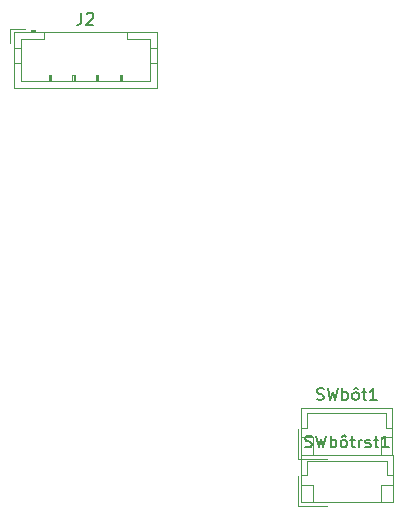
<source format=gbr>
%TF.GenerationSoftware,KiCad,Pcbnew,8.99.0-2194-gb3b7cbcab2*%
%TF.CreationDate,2024-09-18T02:21:13+07:00*%
%TF.ProjectId,Sam_,53616d5f-2e6b-4696-9361-645f70636258,rev?*%
%TF.SameCoordinates,Original*%
%TF.FileFunction,Legend,Top*%
%TF.FilePolarity,Positive*%
%FSLAX46Y46*%
G04 Gerber Fmt 4.6, Leading zero omitted, Abs format (unit mm)*
G04 Created by KiCad (PCBNEW 8.99.0-2194-gb3b7cbcab2) date 2024-09-18 02:21:13*
%MOMM*%
%LPD*%
G01*
G04 APERTURE LIST*
%ADD10C,0.150000*%
%ADD11C,0.120000*%
G04 APERTURE END LIST*
D10*
X684236190Y-206927200D02*
X684379047Y-206974819D01*
X684379047Y-206974819D02*
X684617142Y-206974819D01*
X684617142Y-206974819D02*
X684712380Y-206927200D01*
X684712380Y-206927200D02*
X684759999Y-206879580D01*
X684759999Y-206879580D02*
X684807618Y-206784342D01*
X684807618Y-206784342D02*
X684807618Y-206689104D01*
X684807618Y-206689104D02*
X684759999Y-206593866D01*
X684759999Y-206593866D02*
X684712380Y-206546247D01*
X684712380Y-206546247D02*
X684617142Y-206498628D01*
X684617142Y-206498628D02*
X684426666Y-206451009D01*
X684426666Y-206451009D02*
X684331428Y-206403390D01*
X684331428Y-206403390D02*
X684283809Y-206355771D01*
X684283809Y-206355771D02*
X684236190Y-206260533D01*
X684236190Y-206260533D02*
X684236190Y-206165295D01*
X684236190Y-206165295D02*
X684283809Y-206070057D01*
X684283809Y-206070057D02*
X684331428Y-206022438D01*
X684331428Y-206022438D02*
X684426666Y-205974819D01*
X684426666Y-205974819D02*
X684664761Y-205974819D01*
X684664761Y-205974819D02*
X684807618Y-206022438D01*
X685140952Y-205974819D02*
X685379047Y-206974819D01*
X685379047Y-206974819D02*
X685569523Y-206260533D01*
X685569523Y-206260533D02*
X685759999Y-206974819D01*
X685759999Y-206974819D02*
X685998095Y-205974819D01*
X686379047Y-206974819D02*
X686379047Y-205974819D01*
X686379047Y-206355771D02*
X686474285Y-206308152D01*
X686474285Y-206308152D02*
X686664761Y-206308152D01*
X686664761Y-206308152D02*
X686759999Y-206355771D01*
X686759999Y-206355771D02*
X686807618Y-206403390D01*
X686807618Y-206403390D02*
X686855237Y-206498628D01*
X686855237Y-206498628D02*
X686855237Y-206784342D01*
X686855237Y-206784342D02*
X686807618Y-206879580D01*
X686807618Y-206879580D02*
X686759999Y-206927200D01*
X686759999Y-206927200D02*
X686664761Y-206974819D01*
X686664761Y-206974819D02*
X686474285Y-206974819D01*
X686474285Y-206974819D02*
X686379047Y-206927200D01*
X687426666Y-206974819D02*
X687331428Y-206927200D01*
X687331428Y-206927200D02*
X687283809Y-206879580D01*
X687283809Y-206879580D02*
X687236190Y-206784342D01*
X687236190Y-206784342D02*
X687236190Y-206498628D01*
X687236190Y-206498628D02*
X687283809Y-206403390D01*
X687283809Y-206403390D02*
X687331428Y-206355771D01*
X687331428Y-206355771D02*
X687426666Y-206308152D01*
X687426666Y-206308152D02*
X687569523Y-206308152D01*
X687569523Y-206308152D02*
X687664761Y-206355771D01*
X687664761Y-206355771D02*
X687712380Y-206403390D01*
X687712380Y-206403390D02*
X687759999Y-206498628D01*
X687759999Y-206498628D02*
X687759999Y-206784342D01*
X687759999Y-206784342D02*
X687712380Y-206879580D01*
X687712380Y-206879580D02*
X687664761Y-206927200D01*
X687664761Y-206927200D02*
X687569523Y-206974819D01*
X687569523Y-206974819D02*
X687426666Y-206974819D01*
X687331428Y-206070057D02*
X687521904Y-205927200D01*
X687521904Y-205927200D02*
X687712380Y-206070057D01*
X688045714Y-206308152D02*
X688426666Y-206308152D01*
X688188571Y-205974819D02*
X688188571Y-206831961D01*
X688188571Y-206831961D02*
X688236190Y-206927200D01*
X688236190Y-206927200D02*
X688331428Y-206974819D01*
X688331428Y-206974819D02*
X688426666Y-206974819D01*
X689283809Y-206974819D02*
X688712381Y-206974819D01*
X688998095Y-206974819D02*
X688998095Y-205974819D01*
X688998095Y-205974819D02*
X688902857Y-206117676D01*
X688902857Y-206117676D02*
X688807619Y-206212914D01*
X688807619Y-206212914D02*
X688712381Y-206260533D01*
X683246190Y-210937200D02*
X683389047Y-210984819D01*
X683389047Y-210984819D02*
X683627142Y-210984819D01*
X683627142Y-210984819D02*
X683722380Y-210937200D01*
X683722380Y-210937200D02*
X683769999Y-210889580D01*
X683769999Y-210889580D02*
X683817618Y-210794342D01*
X683817618Y-210794342D02*
X683817618Y-210699104D01*
X683817618Y-210699104D02*
X683769999Y-210603866D01*
X683769999Y-210603866D02*
X683722380Y-210556247D01*
X683722380Y-210556247D02*
X683627142Y-210508628D01*
X683627142Y-210508628D02*
X683436666Y-210461009D01*
X683436666Y-210461009D02*
X683341428Y-210413390D01*
X683341428Y-210413390D02*
X683293809Y-210365771D01*
X683293809Y-210365771D02*
X683246190Y-210270533D01*
X683246190Y-210270533D02*
X683246190Y-210175295D01*
X683246190Y-210175295D02*
X683293809Y-210080057D01*
X683293809Y-210080057D02*
X683341428Y-210032438D01*
X683341428Y-210032438D02*
X683436666Y-209984819D01*
X683436666Y-209984819D02*
X683674761Y-209984819D01*
X683674761Y-209984819D02*
X683817618Y-210032438D01*
X684150952Y-209984819D02*
X684389047Y-210984819D01*
X684389047Y-210984819D02*
X684579523Y-210270533D01*
X684579523Y-210270533D02*
X684769999Y-210984819D01*
X684769999Y-210984819D02*
X685008095Y-209984819D01*
X685389047Y-210984819D02*
X685389047Y-209984819D01*
X685389047Y-210365771D02*
X685484285Y-210318152D01*
X685484285Y-210318152D02*
X685674761Y-210318152D01*
X685674761Y-210318152D02*
X685769999Y-210365771D01*
X685769999Y-210365771D02*
X685817618Y-210413390D01*
X685817618Y-210413390D02*
X685865237Y-210508628D01*
X685865237Y-210508628D02*
X685865237Y-210794342D01*
X685865237Y-210794342D02*
X685817618Y-210889580D01*
X685817618Y-210889580D02*
X685769999Y-210937200D01*
X685769999Y-210937200D02*
X685674761Y-210984819D01*
X685674761Y-210984819D02*
X685484285Y-210984819D01*
X685484285Y-210984819D02*
X685389047Y-210937200D01*
X686436666Y-210984819D02*
X686341428Y-210937200D01*
X686341428Y-210937200D02*
X686293809Y-210889580D01*
X686293809Y-210889580D02*
X686246190Y-210794342D01*
X686246190Y-210794342D02*
X686246190Y-210508628D01*
X686246190Y-210508628D02*
X686293809Y-210413390D01*
X686293809Y-210413390D02*
X686341428Y-210365771D01*
X686341428Y-210365771D02*
X686436666Y-210318152D01*
X686436666Y-210318152D02*
X686579523Y-210318152D01*
X686579523Y-210318152D02*
X686674761Y-210365771D01*
X686674761Y-210365771D02*
X686722380Y-210413390D01*
X686722380Y-210413390D02*
X686769999Y-210508628D01*
X686769999Y-210508628D02*
X686769999Y-210794342D01*
X686769999Y-210794342D02*
X686722380Y-210889580D01*
X686722380Y-210889580D02*
X686674761Y-210937200D01*
X686674761Y-210937200D02*
X686579523Y-210984819D01*
X686579523Y-210984819D02*
X686436666Y-210984819D01*
X686341428Y-210080057D02*
X686531904Y-209937200D01*
X686531904Y-209937200D02*
X686722380Y-210080057D01*
X687055714Y-210318152D02*
X687436666Y-210318152D01*
X687198571Y-209984819D02*
X687198571Y-210841961D01*
X687198571Y-210841961D02*
X687246190Y-210937200D01*
X687246190Y-210937200D02*
X687341428Y-210984819D01*
X687341428Y-210984819D02*
X687436666Y-210984819D01*
X687770000Y-210984819D02*
X687770000Y-210318152D01*
X687770000Y-210508628D02*
X687817619Y-210413390D01*
X687817619Y-210413390D02*
X687865238Y-210365771D01*
X687865238Y-210365771D02*
X687960476Y-210318152D01*
X687960476Y-210318152D02*
X688055714Y-210318152D01*
X688341429Y-210937200D02*
X688436667Y-210984819D01*
X688436667Y-210984819D02*
X688627143Y-210984819D01*
X688627143Y-210984819D02*
X688722381Y-210937200D01*
X688722381Y-210937200D02*
X688770000Y-210841961D01*
X688770000Y-210841961D02*
X688770000Y-210794342D01*
X688770000Y-210794342D02*
X688722381Y-210699104D01*
X688722381Y-210699104D02*
X688627143Y-210651485D01*
X688627143Y-210651485D02*
X688484286Y-210651485D01*
X688484286Y-210651485D02*
X688389048Y-210603866D01*
X688389048Y-210603866D02*
X688341429Y-210508628D01*
X688341429Y-210508628D02*
X688341429Y-210461009D01*
X688341429Y-210461009D02*
X688389048Y-210365771D01*
X688389048Y-210365771D02*
X688484286Y-210318152D01*
X688484286Y-210318152D02*
X688627143Y-210318152D01*
X688627143Y-210318152D02*
X688722381Y-210365771D01*
X689055715Y-210318152D02*
X689436667Y-210318152D01*
X689198572Y-209984819D02*
X689198572Y-210841961D01*
X689198572Y-210841961D02*
X689246191Y-210937200D01*
X689246191Y-210937200D02*
X689341429Y-210984819D01*
X689341429Y-210984819D02*
X689436667Y-210984819D01*
X690293810Y-210984819D02*
X689722382Y-210984819D01*
X690008096Y-210984819D02*
X690008096Y-209984819D01*
X690008096Y-209984819D02*
X689912858Y-210127676D01*
X689912858Y-210127676D02*
X689817620Y-210222914D01*
X689817620Y-210222914D02*
X689722382Y-210270533D01*
X664296666Y-174184819D02*
X664296666Y-174899104D01*
X664296666Y-174899104D02*
X664249047Y-175041961D01*
X664249047Y-175041961D02*
X664153809Y-175137200D01*
X664153809Y-175137200D02*
X664010952Y-175184819D01*
X664010952Y-175184819D02*
X663915714Y-175184819D01*
X664725238Y-174280057D02*
X664772857Y-174232438D01*
X664772857Y-174232438D02*
X664868095Y-174184819D01*
X664868095Y-174184819D02*
X665106190Y-174184819D01*
X665106190Y-174184819D02*
X665201428Y-174232438D01*
X665201428Y-174232438D02*
X665249047Y-174280057D01*
X665249047Y-174280057D02*
X665296666Y-174375295D01*
X665296666Y-174375295D02*
X665296666Y-174470533D01*
X665296666Y-174470533D02*
X665249047Y-174613390D01*
X665249047Y-174613390D02*
X664677619Y-175184819D01*
X664677619Y-175184819D02*
X665296666Y-175184819D01*
D11*
%TO.C,SWb\u00F4t1*%
X690620000Y-211630000D02*
X690620000Y-207610000D01*
X690620000Y-210130000D02*
X689620000Y-210130000D01*
X690620000Y-207610000D02*
X682900000Y-207610000D01*
X690120000Y-209320000D02*
X690620000Y-209320000D01*
X690120000Y-208110000D02*
X690120000Y-209320000D01*
X689620000Y-210130000D02*
X689620000Y-211630000D01*
X683900000Y-210130000D02*
X683900000Y-211630000D01*
X683400000Y-209320000D02*
X683400000Y-208110000D01*
X683400000Y-208110000D02*
X690120000Y-208110000D01*
X682900000Y-211630000D02*
X690620000Y-211630000D01*
X682900000Y-210130000D02*
X683900000Y-210130000D01*
X682900000Y-209320000D02*
X683400000Y-209320000D01*
X682900000Y-207610000D02*
X682900000Y-211630000D01*
X682600000Y-211930000D02*
X685100000Y-211930000D01*
X682600000Y-209430000D02*
X682600000Y-211930000D01*
%TO.C,SWb\u00F4trst1*%
X682610000Y-213440000D02*
X682610000Y-215940000D01*
X682610000Y-215940000D02*
X685110000Y-215940000D01*
X682910000Y-211620000D02*
X682910000Y-215640000D01*
X682910000Y-213330000D02*
X683410000Y-213330000D01*
X682910000Y-214140000D02*
X683910000Y-214140000D01*
X682910000Y-215640000D02*
X690630000Y-215640000D01*
X683410000Y-212120000D02*
X690130000Y-212120000D01*
X683410000Y-213330000D02*
X683410000Y-212120000D01*
X683910000Y-214140000D02*
X683910000Y-215640000D01*
X689630000Y-214140000D02*
X689630000Y-215640000D01*
X690130000Y-212120000D02*
X690130000Y-213330000D01*
X690130000Y-213330000D02*
X690630000Y-213330000D01*
X690630000Y-211620000D02*
X682910000Y-211620000D01*
X690630000Y-214140000D02*
X689630000Y-214140000D01*
X690630000Y-215640000D02*
X690630000Y-211620000D01*
%TO.C,J2*%
X658270000Y-175520000D02*
X658270000Y-176770000D01*
X658570000Y-175820000D02*
X658570000Y-180540000D01*
X658570000Y-177130000D02*
X659180000Y-177130000D01*
X658570000Y-178430000D02*
X659180000Y-178430000D01*
X658570000Y-180540000D02*
X670690000Y-180540000D01*
X659180000Y-176430000D02*
X659180000Y-179930000D01*
X659180000Y-179930000D02*
X670080000Y-179930000D01*
X659520000Y-175520000D02*
X658270000Y-175520000D01*
X660030000Y-175620000D02*
X660030000Y-175820000D01*
X660330000Y-175620000D02*
X660030000Y-175620000D01*
X660330000Y-175720000D02*
X660030000Y-175720000D01*
X660330000Y-175820000D02*
X660330000Y-175620000D01*
X661130000Y-175820000D02*
X661130000Y-176430000D01*
X661130000Y-176430000D02*
X659180000Y-176430000D01*
X661530000Y-179430000D02*
X661730000Y-179430000D01*
X661530000Y-179930000D02*
X661530000Y-179430000D01*
X661630000Y-179930000D02*
X661630000Y-179430000D01*
X661730000Y-179430000D02*
X661730000Y-179930000D01*
X663530000Y-179430000D02*
X663730000Y-179430000D01*
X663530000Y-179930000D02*
X663530000Y-179430000D01*
X663630000Y-179930000D02*
X663630000Y-179430000D01*
X663730000Y-179430000D02*
X663730000Y-179930000D01*
X665530000Y-179430000D02*
X665730000Y-179430000D01*
X665530000Y-179930000D02*
X665530000Y-179430000D01*
X665630000Y-179930000D02*
X665630000Y-179430000D01*
X665730000Y-179430000D02*
X665730000Y-179930000D01*
X667530000Y-179430000D02*
X667730000Y-179430000D01*
X667530000Y-179930000D02*
X667530000Y-179430000D01*
X667630000Y-179930000D02*
X667630000Y-179430000D01*
X667730000Y-179430000D02*
X667730000Y-179930000D01*
X668130000Y-176430000D02*
X668130000Y-175820000D01*
X670080000Y-176430000D02*
X668130000Y-176430000D01*
X670080000Y-179930000D02*
X670080000Y-176430000D01*
X670690000Y-175820000D02*
X658570000Y-175820000D01*
X670690000Y-177130000D02*
X670080000Y-177130000D01*
X670690000Y-178430000D02*
X670080000Y-178430000D01*
X670690000Y-180540000D02*
X670690000Y-175820000D01*
%TD*%
M02*

</source>
